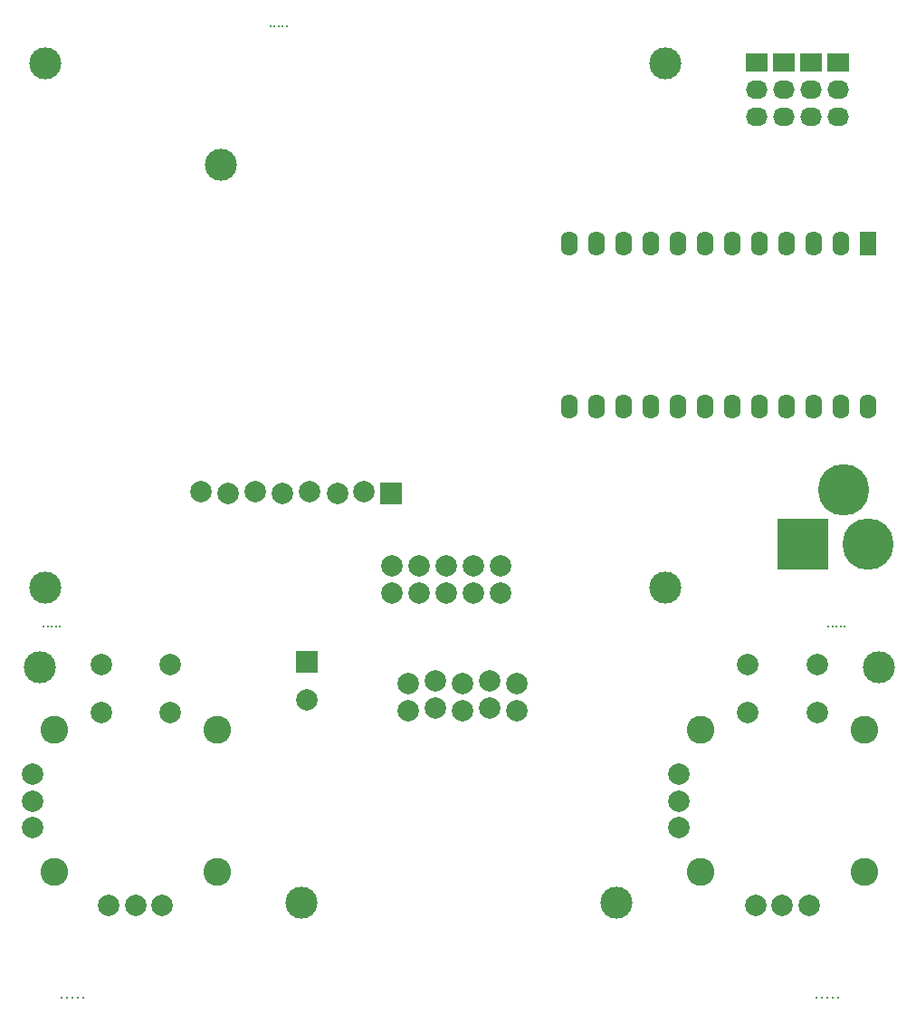
<source format=gts>
G04 #@! TF.FileFunction,Soldermask,Top*
%FSLAX46Y46*%
G04 Gerber Fmt 4.6, Leading zero omitted, Abs format (unit mm)*
G04 Created by KiCad (PCBNEW (2015-01-16 BZR 5376)-product) date 6/13/2016 5:18:32 PM*
%MOMM*%
G01*
G04 APERTURE LIST*
%ADD10C,0.100000*%
%ADD11C,3.000000*%
%ADD12C,2.000000*%
%ADD13R,2.000000X2.000000*%
%ADD14R,2.032000X1.727200*%
%ADD15O,2.032000X1.727200*%
%ADD16R,1.574800X2.286000*%
%ADD17O,1.574800X2.286000*%
%ADD18C,0.300000*%
%ADD19C,4.800600*%
%ADD20R,4.800600X4.800600*%
%ADD21C,2.600000*%
G04 APERTURE END LIST*
D10*
D11*
X114000000Y-85500000D03*
D12*
X112110000Y-116040000D03*
X114650000Y-116250000D03*
X117190000Y-116040000D03*
X119750000Y-116250000D03*
X122270000Y-116040000D03*
X124850000Y-116250000D03*
X127350000Y-116040000D03*
D13*
X129900000Y-116200000D03*
D14*
X171735000Y-75946000D03*
D15*
X171735000Y-78486000D03*
X171735000Y-81026000D03*
D14*
X169195000Y-75946000D03*
D15*
X169195000Y-78486000D03*
X169195000Y-81026000D03*
D14*
X166655000Y-75946000D03*
D15*
X166655000Y-78486000D03*
X166655000Y-81026000D03*
D14*
X164095000Y-75935000D03*
D15*
X164095000Y-78475000D03*
X164095000Y-81015000D03*
D16*
X174470000Y-92880000D03*
D17*
X171930000Y-92880000D03*
X169390000Y-92880000D03*
X166850000Y-92880000D03*
X164310000Y-92880000D03*
X161770000Y-92880000D03*
X159230000Y-92880000D03*
X156690000Y-92880000D03*
X154150000Y-92880000D03*
X151610000Y-92880000D03*
X149070000Y-92880000D03*
X146530000Y-92880000D03*
X146530000Y-108120000D03*
X149070000Y-108120000D03*
X151610000Y-108120000D03*
X154150000Y-108120000D03*
X156690000Y-108120000D03*
X159230000Y-108120000D03*
X161770000Y-108120000D03*
X164310000Y-108120000D03*
X166850000Y-108120000D03*
X169390000Y-108120000D03*
X171930000Y-108120000D03*
X174470000Y-108120000D03*
D18*
X98933000Y-128651000D03*
X98552000Y-128651000D03*
X98171000Y-128651000D03*
X97790000Y-128651000D03*
X97409000Y-128651000D03*
X172339000Y-128651000D03*
X171958000Y-128651000D03*
X171577000Y-128651000D03*
X171196000Y-128651000D03*
X170815000Y-128651000D03*
X118618000Y-72517000D03*
D12*
X130000000Y-125500000D03*
X130000000Y-122960000D03*
X132540000Y-125500000D03*
X132540000Y-122960000D03*
X135080000Y-125500000D03*
X135080000Y-122960000D03*
X137620000Y-125500000D03*
X137620000Y-122960000D03*
X140160000Y-125500000D03*
X140160000Y-122960000D03*
D19*
X174500000Y-121000000D03*
D20*
X168404000Y-121000000D03*
D19*
X172214000Y-115920000D03*
D11*
X97500000Y-76000000D03*
X155500000Y-76000000D03*
X97500000Y-125000000D03*
X155500000Y-125000000D03*
D18*
X118999000Y-72517000D03*
X119380000Y-72517000D03*
X119761000Y-72517000D03*
X120142000Y-72517000D03*
D21*
X158850000Y-138350000D03*
X174150000Y-138350000D03*
X174150000Y-151650000D03*
X158850000Y-151650000D03*
D12*
X156850000Y-145000000D03*
X156850000Y-142500000D03*
X156850000Y-147500000D03*
X166500000Y-154750000D03*
X164000000Y-154750000D03*
X169000000Y-154750000D03*
X163250000Y-136750000D03*
X169750000Y-136750000D03*
X169750000Y-132250000D03*
X163250000Y-132250000D03*
D21*
X98350000Y-138350000D03*
X113650000Y-138350000D03*
X113650000Y-151650000D03*
X98350000Y-151650000D03*
D12*
X96350000Y-145000000D03*
X96350000Y-142500000D03*
X96350000Y-147500000D03*
X106000000Y-154750000D03*
X103500000Y-154750000D03*
X108500000Y-154750000D03*
X102750000Y-136750000D03*
X109250000Y-136750000D03*
X109250000Y-132250000D03*
X102750000Y-132250000D03*
X131500000Y-136500000D03*
X131500000Y-133960000D03*
X134040000Y-136246000D03*
X134040000Y-133706000D03*
X136580000Y-136500000D03*
X136580000Y-133960000D03*
X139120000Y-136246000D03*
X139120000Y-133706000D03*
X141660000Y-136500000D03*
X141660000Y-133960000D03*
D13*
X122000000Y-132000000D03*
D12*
X122000000Y-135556000D03*
D18*
X169664000Y-163403000D03*
X170172000Y-163403000D03*
X171188000Y-163403000D03*
X170680000Y-163403000D03*
X171696000Y-163403000D03*
X101084000Y-163403000D03*
X100068000Y-163403000D03*
X100576000Y-163403000D03*
X99560000Y-163403000D03*
D11*
X97000000Y-132500000D03*
X151000000Y-154500000D03*
X175500000Y-132500000D03*
X121500000Y-154500000D03*
D18*
X99052000Y-163403000D03*
M02*

</source>
